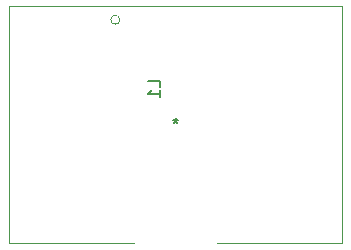
<source format=gbo>
G04 #@! TF.GenerationSoftware,KiCad,Pcbnew,(6.0.1)*
G04 #@! TF.CreationDate,2022-06-09T14:01:23-07:00*
G04 #@! TF.ProjectId,Regulator_5V_rev1_2,52656775-6c61-4746-9f72-5f35565f7265,1.2*
G04 #@! TF.SameCoordinates,Original*
G04 #@! TF.FileFunction,Legend,Bot*
G04 #@! TF.FilePolarity,Positive*
%FSLAX46Y46*%
G04 Gerber Fmt 4.6, Leading zero omitted, Abs format (unit mm)*
G04 Created by KiCad (PCBNEW (6.0.1)) date 2022-06-09 14:01:23*
%MOMM*%
%LPD*%
G01*
G04 APERTURE LIST*
%ADD10C,0.150000*%
%ADD11C,0.120000*%
%ADD12C,1.498600*%
%ADD13R,1.700000X1.700000*%
%ADD14O,1.700000X1.700000*%
%ADD15R,5.334000X5.588000*%
%ADD16R,6.350000X5.283200*%
G04 APERTURE END LIST*
D10*
X141704380Y-90745333D02*
X141704380Y-90269142D01*
X140704380Y-90269142D01*
X141704380Y-91602476D02*
X141704380Y-91031047D01*
X141704380Y-91316761D02*
X140704380Y-91316761D01*
X140847238Y-91221523D01*
X140942476Y-91126285D01*
X140990095Y-91031047D01*
X143030000Y-93412380D02*
X143030000Y-93650476D01*
X143268095Y-93555238D02*
X143030000Y-93650476D01*
X142791904Y-93555238D01*
X143172857Y-93840952D02*
X143030000Y-93650476D01*
X142887142Y-93840952D01*
D11*
X157127000Y-103993000D02*
X146537740Y-103993000D01*
X139522260Y-103993000D02*
X128933000Y-103993000D01*
X128933000Y-83927000D02*
X157127000Y-83927000D01*
X128933000Y-103993000D02*
X128933000Y-83927000D01*
X157127000Y-83927000D02*
X157127000Y-103993000D01*
X138311000Y-85060000D02*
G75*
G03*
X138311000Y-85060000I-381000J0D01*
G01*
%LPC*%
D12*
X135274500Y-96681000D03*
X137774500Y-99181000D03*
X135274500Y-101681000D03*
D13*
X142565000Y-79185000D03*
D14*
X142565000Y-76645000D03*
X142565000Y-74105000D03*
D15*
X137950000Y-79609000D03*
X148110000Y-79609000D03*
D16*
X143030000Y-101681600D03*
M02*

</source>
